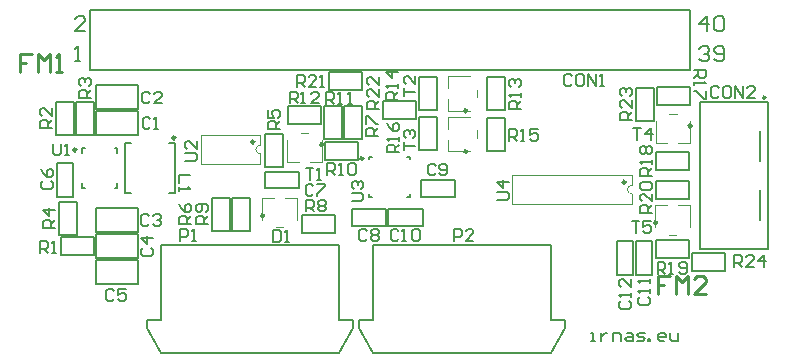
<source format=gto>
G04*
G04 #@! TF.GenerationSoftware,Altium Limited,Altium Designer,19.0.15 (446)*
G04*
G04 Layer_Color=65535*
%FSAX25Y25*%
%MOIN*%
G70*
G01*
G75*
%ADD10C,0.00394*%
%ADD11C,0.00984*%
%ADD12C,0.01000*%
%ADD13C,0.00787*%
%ADD14C,0.00800*%
%ADD15C,0.00591*%
D10*
X0316121Y0164564D02*
G03*
X0316121Y0161677I0000000J-0001444D01*
G01*
X0192302Y0177950D02*
G03*
X0192302Y0175063I0000000J-0001444D01*
G01*
X0276357Y0168042D02*
X0316121D01*
X0276357Y0158199D02*
X0316121D01*
X0276357D02*
Y0168042D01*
X0316121Y0164564D02*
Y0168042D01*
Y0158199D02*
Y0161677D01*
X0172617Y0181428D02*
X0192302D01*
X0172617Y0171585D02*
X0192302D01*
X0172617D02*
Y0181428D01*
X0192302Y0177950D02*
Y0181428D01*
Y0171585D02*
Y0175063D01*
X0331534Y0157884D02*
X0335471D01*
X0323975D02*
X0327912D01*
X0328443Y0148135D02*
X0331002D01*
X0323975Y0150595D02*
Y0157884D01*
X0335471Y0150595D02*
Y0157884D01*
X0324093Y0178568D02*
X0328030D01*
X0331652D02*
X0335589D01*
X0328561Y0188318D02*
X0331121D01*
X0335589Y0178568D02*
Y0185857D01*
X0324093Y0178568D02*
Y0185857D01*
X0254935Y0183435D02*
Y0187373D01*
Y0175876D02*
Y0179813D01*
X0264684Y0180345D02*
Y0182904D01*
X0254935Y0175876D02*
X0262223D01*
X0254935Y0187373D02*
X0262223D01*
X0254856Y0196950D02*
Y0200887D01*
Y0189391D02*
Y0193328D01*
X0264605Y0193860D02*
Y0196419D01*
X0254856Y0189391D02*
X0262144D01*
X0254856Y0200887D02*
X0262144D01*
X0201258Y0172362D02*
X0205195D01*
X0208818D02*
X0212755D01*
X0205727Y0182111D02*
X0208286D01*
X0212755Y0172362D02*
Y0179650D01*
X0201258Y0172362D02*
Y0179650D01*
X0200550Y0160271D02*
X0204487D01*
X0192990D02*
X0196927D01*
X0197459Y0150522D02*
X0200018D01*
X0192990Y0152983D02*
Y0160271D01*
X0204487Y0152983D02*
Y0160271D01*
D11*
X0314113Y0165621D02*
G03*
X0314113Y0165621I-0000492J0000000D01*
G01*
X0226593Y0173554D02*
G03*
X0226593Y0173554I-0000492J0000000D01*
G01*
X0190294Y0179006D02*
G03*
X0190294Y0179006I-0000492J0000000D01*
G01*
X0130965Y0176402D02*
G03*
X0130965Y0176402I-0000492J0000000D01*
G01*
X0324467Y0152056D02*
G03*
X0324467Y0152056I-0000492J0000000D01*
G01*
X0336081Y0184396D02*
G03*
X0336081Y0184396I-0000492J0000000D01*
G01*
X0261254Y0175876D02*
G03*
X0261254Y0175876I-0000492J0000000D01*
G01*
X0261175Y0189391D02*
G03*
X0261175Y0189391I-0000492J0000000D01*
G01*
X0213247Y0178190D02*
G03*
X0213247Y0178190I-0000492J0000000D01*
G01*
X0163995Y0180384D02*
G03*
X0163995Y0180384I-0000492J0000000D01*
G01*
X0193482Y0154443D02*
G03*
X0193482Y0154443I-0000492J0000000D01*
G01*
D12*
X0360592Y0193791D02*
G03*
X0360592Y0193791I-0000317J0000000D01*
G01*
X0116291Y0208384D02*
X0112293D01*
Y0205384D01*
X0114292D01*
X0112293D01*
Y0202385D01*
X0118291D02*
Y0208384D01*
X0120290Y0206384D01*
X0122289Y0208384D01*
Y0202385D01*
X0124289D02*
X0126288D01*
X0125288D01*
Y0208384D01*
X0124289Y0207384D01*
X0329009Y0134368D02*
X0325010D01*
Y0131369D01*
X0327009D01*
X0325010D01*
Y0128370D01*
X0331008D02*
Y0134368D01*
X0333007Y0132369D01*
X0335007Y0134368D01*
Y0128370D01*
X0341005D02*
X0337006D01*
X0341005Y0132369D01*
Y0133368D01*
X0340005Y0134368D01*
X0338006D01*
X0337006Y0133368D01*
D13*
X0228660Y0173357D02*
Y0174144D01*
X0229447D01*
X0241258D02*
X0242046D01*
Y0173357D02*
Y0174144D01*
Y0160758D02*
Y0161546D01*
X0241258Y0160758D02*
X0242046D01*
X0228660D02*
Y0161546D01*
Y0160758D02*
X0229447D01*
X0133032Y0163607D02*
X0133721D01*
X0133032D02*
Y0165280D01*
X0143760Y0163607D02*
X0144449D01*
Y0165280D01*
Y0175320D02*
Y0176993D01*
X0143760D02*
X0144449D01*
X0133032D02*
X0133721D01*
X0133032Y0175320D02*
Y0176993D01*
X0336152Y0136105D02*
Y0142105D01*
X0347152D01*
Y0136105D02*
Y0142105D01*
X0336152Y0136105D02*
X0347152D01*
X0317558Y0196820D02*
X0323558D01*
Y0185820D02*
Y0196820D01*
X0317558Y0185820D02*
X0323558D01*
X0317558D02*
Y0196820D01*
X0244199Y0186498D02*
Y0192499D01*
X0233199Y0186498D02*
X0244199D01*
X0233199D02*
Y0192499D01*
X0244199D01*
X0226245Y0196341D02*
Y0202341D01*
X0215245Y0196341D02*
X0226245D01*
X0215245D02*
Y0202341D01*
X0226245D01*
X0335341Y0159820D02*
Y0165820D01*
X0324341Y0159820D02*
X0335341D01*
X0324341D02*
Y0165820D01*
X0335341D01*
X0335144Y0140332D02*
Y0146332D01*
X0324144Y0140332D02*
X0335144D01*
X0324144D02*
Y0146332D01*
X0335144D01*
X0324341Y0169766D02*
Y0175766D01*
X0335341D01*
Y0169766D02*
Y0175766D01*
X0324341Y0169766D02*
X0335341D01*
X0324538Y0191223D02*
Y0197223D01*
X0335538D01*
Y0191223D02*
Y0197223D01*
X0324538Y0191223D02*
X0335538D01*
X0245345Y0187321D02*
X0251345D01*
Y0176321D02*
Y0187321D01*
X0245345Y0176321D02*
X0251345D01*
X0245345D02*
Y0187321D01*
X0267786Y0187125D02*
X0273786D01*
Y0176125D02*
Y0187125D01*
X0267786Y0176125D02*
X0273786D01*
X0267786D02*
Y0187125D01*
X0245345Y0200639D02*
X0251345D01*
Y0189639D02*
Y0200639D01*
X0245345Y0189639D02*
X0251345D01*
X0245345D02*
Y0200639D01*
X0267786Y0200510D02*
X0273786D01*
Y0189510D02*
Y0200510D01*
X0267786Y0189510D02*
X0273786D01*
X0267786D02*
Y0200510D01*
X0201703Y0184924D02*
Y0190924D01*
X0212703D01*
Y0184924D02*
Y0190924D01*
X0201703Y0184924D02*
X0212703D01*
X0213455Y0190865D02*
X0219455D01*
Y0179865D02*
Y0190865D01*
X0213455Y0179865D02*
X0219455D01*
X0213455D02*
Y0190865D01*
X0213908Y0173113D02*
Y0179113D01*
X0224908D01*
Y0173113D02*
Y0179113D01*
X0213908Y0173113D02*
X0224908D01*
X0176054Y0160156D02*
X0182054D01*
Y0149156D02*
Y0160156D01*
X0176054Y0149156D02*
X0182054D01*
X0176054D02*
Y0160156D01*
X0206231Y0148703D02*
Y0154703D01*
X0217231D01*
Y0148703D02*
Y0154703D01*
X0206231Y0148703D02*
X0217231D01*
X0220231Y0179865D02*
X0226231D01*
X0220231D02*
Y0190865D01*
X0226231D01*
Y0179865D02*
Y0190865D01*
X0182943Y0160156D02*
X0188943D01*
Y0149156D02*
Y0160156D01*
X0182943Y0149156D02*
X0188943D01*
X0182943D02*
Y0160156D01*
X0193770Y0181809D02*
X0199770D01*
Y0170809D02*
Y0181809D01*
X0193770Y0170809D02*
X0199770D01*
X0193770D02*
Y0181809D01*
X0125266Y0158975D02*
X0131266D01*
Y0147975D02*
Y0158975D01*
X0125266Y0147975D02*
X0131266D01*
X0125266D02*
Y0158975D01*
X0130975Y0181243D02*
X0136975D01*
X0130975D02*
Y0192243D01*
X0136975D01*
Y0181243D02*
Y0192243D01*
X0124282Y0181243D02*
X0130282D01*
X0124282D02*
Y0192243D01*
X0130282D01*
Y0181243D02*
Y0192243D01*
X0125719Y0141223D02*
Y0147223D01*
X0136719D01*
Y0141223D02*
Y0147223D01*
X0125719Y0141223D02*
X0136719D01*
X0289290Y0119617D02*
Y0144814D01*
Y0108594D02*
X0294019Y0117055D01*
X0294014Y0117058D02*
Y0119617D01*
X0289290D02*
X0294014D01*
X0229842Y0144814D02*
X0289290D01*
X0229842Y0108594D02*
X0289290D01*
X0225117Y0119617D02*
X0229842D01*
X0225117Y0117058D02*
Y0119617D01*
X0225113Y0117055D02*
X0229842Y0108594D01*
Y0119617D02*
Y0144814D01*
X0218620Y0119617D02*
Y0144814D01*
Y0108594D02*
X0223350Y0117055D01*
X0223345Y0117058D02*
Y0119617D01*
X0218620D02*
X0223345D01*
X0159172Y0144814D02*
X0218620D01*
X0159172Y0108594D02*
X0218620D01*
X0154448Y0119617D02*
X0159172D01*
X0154448Y0117058D02*
Y0119617D01*
X0154443Y0117055D02*
X0159172Y0108594D01*
Y0119617D02*
Y0144814D01*
X0163770Y0162117D02*
Y0178652D01*
X0147235Y0162117D02*
Y0178652D01*
X0161802D02*
X0163770D01*
X0161802Y0162117D02*
X0163770D01*
X0147235Y0178652D02*
X0149203D01*
X0147235Y0162117D02*
X0149203D01*
X0361447Y0143374D02*
Y0153020D01*
Y0192193D01*
X0338809D02*
X0361447D01*
X0338809Y0143374D02*
Y0192193D01*
Y0143374D02*
X0361447D01*
X0358975Y0153083D02*
Y0162925D01*
Y0172768D02*
Y0182610D01*
X0335558Y0202975D02*
Y0222975D01*
X0135558Y0202975D02*
Y0222975D01*
X0335558D01*
X0135558Y0202975D02*
X0335558D01*
X0311146Y0146036D02*
X0316646D01*
X0311146Y0134536D02*
Y0146036D01*
Y0134536D02*
X0316646D01*
Y0146036D01*
X0317414D02*
X0322914D01*
X0317414Y0134536D02*
Y0146036D01*
Y0134536D02*
X0322914D01*
Y0146036D01*
X0246418Y0151119D02*
Y0156619D01*
X0234918D02*
X0246418D01*
X0234918Y0151119D02*
Y0156619D01*
Y0151119D02*
X0246418D01*
X0257245Y0160764D02*
Y0166264D01*
X0245745D02*
X0257245D01*
X0245745Y0160764D02*
Y0166264D01*
Y0160764D02*
X0257245D01*
X0222713Y0151119D02*
Y0156619D01*
Y0151119D02*
X0234213D01*
Y0156619D01*
X0222713D02*
X0234213D01*
X0193776Y0163520D02*
Y0169020D01*
Y0163520D02*
X0205276D01*
Y0169020D01*
X0193776D02*
X0205276D01*
X0124532Y0172020D02*
X0130032D01*
X0124532Y0160520D02*
Y0172020D01*
Y0160520D02*
X0130032D01*
Y0172020D01*
X0137408Y0139561D02*
X0151408D01*
X0137408Y0131562D02*
Y0139561D01*
Y0131562D02*
X0151408D01*
Y0139561D01*
X0137447Y0148223D02*
X0151447D01*
X0137447Y0140223D02*
Y0148223D01*
Y0140223D02*
X0151447D01*
Y0148223D01*
X0137447Y0156963D02*
X0151447D01*
X0137447Y0148963D02*
Y0156963D01*
Y0148963D02*
X0151447D01*
Y0156963D01*
X0137408Y0198026D02*
X0151408D01*
X0137408Y0190026D02*
Y0198026D01*
Y0190026D02*
X0151408D01*
Y0198026D01*
X0137408Y0189365D02*
X0151408D01*
X0137408Y0181365D02*
Y0189365D01*
Y0181365D02*
X0151408D01*
Y0189365D01*
X0302676Y0112530D02*
X0303988D01*
X0303332D01*
Y0115154D01*
X0302676D01*
X0305956D02*
Y0112530D01*
Y0113842D01*
X0306611Y0114498D01*
X0307267Y0115154D01*
X0307923D01*
X0309891Y0112530D02*
Y0115154D01*
X0311859D01*
X0312515Y0114498D01*
Y0112530D01*
X0314483Y0115154D02*
X0315795D01*
X0316451Y0114498D01*
Y0112530D01*
X0314483D01*
X0313827Y0113186D01*
X0314483Y0113842D01*
X0316451D01*
X0317763Y0112530D02*
X0319730D01*
X0320387Y0113186D01*
X0319730Y0113842D01*
X0318419D01*
X0317763Y0114498D01*
X0318419Y0115154D01*
X0320387D01*
X0321698Y0112530D02*
Y0113186D01*
X0322354D01*
Y0112530D01*
X0321698D01*
X0326946D02*
X0325634D01*
X0324978Y0113186D01*
Y0114498D01*
X0325634Y0115154D01*
X0326946D01*
X0327602Y0114498D01*
Y0113842D01*
X0324978D01*
X0328914Y0115154D02*
Y0113186D01*
X0329570Y0112530D01*
X0331538D01*
Y0115154D01*
X0350313Y0137333D02*
Y0141269D01*
X0352281D01*
X0352937Y0140613D01*
Y0139301D01*
X0352281Y0138645D01*
X0350313D01*
X0351625D02*
X0352937Y0137333D01*
X0356873D02*
X0354249D01*
X0356873Y0139957D01*
Y0140613D01*
X0356217Y0141269D01*
X0354905D01*
X0354249Y0140613D01*
X0360153Y0137333D02*
Y0141269D01*
X0358185Y0139301D01*
X0360809D01*
X0316258Y0186349D02*
X0312323D01*
Y0188317D01*
X0312979Y0188973D01*
X0314290D01*
X0314946Y0188317D01*
Y0186349D01*
Y0187661D02*
X0316258Y0188973D01*
Y0192909D02*
Y0190285D01*
X0313634Y0192909D01*
X0312979D01*
X0312323Y0192253D01*
Y0190941D01*
X0312979Y0190285D01*
Y0194220D02*
X0312323Y0194876D01*
Y0196188D01*
X0312979Y0196844D01*
X0313634D01*
X0314290Y0196188D01*
Y0195532D01*
Y0196188D01*
X0314946Y0196844D01*
X0315602D01*
X0316258Y0196188D01*
Y0194876D01*
X0315602Y0194220D01*
X0231809Y0190026D02*
X0227874D01*
Y0191994D01*
X0228530Y0192650D01*
X0229842D01*
X0230498Y0191994D01*
Y0190026D01*
Y0191338D02*
X0231809Y0192650D01*
Y0196586D02*
Y0193962D01*
X0229186Y0196586D01*
X0228530D01*
X0227874Y0195930D01*
Y0194618D01*
X0228530Y0193962D01*
X0231809Y0200521D02*
Y0197898D01*
X0229186Y0200521D01*
X0228530D01*
X0227874Y0199865D01*
Y0198554D01*
X0228530Y0197898D01*
X0204447Y0197372D02*
Y0201308D01*
X0206415D01*
X0207071Y0200652D01*
Y0199340D01*
X0206415Y0198684D01*
X0204447D01*
X0205759D02*
X0207071Y0197372D01*
X0211007D02*
X0208383D01*
X0211007Y0199996D01*
Y0200652D01*
X0210351Y0201308D01*
X0209039D01*
X0208383Y0200652D01*
X0212319Y0197372D02*
X0213631D01*
X0212975D01*
Y0201308D01*
X0212319Y0200652D01*
X0167244Y0172766D02*
X0170524D01*
X0171180Y0173422D01*
Y0174734D01*
X0170524Y0175390D01*
X0167244D01*
X0171180Y0179326D02*
Y0176702D01*
X0168556Y0179326D01*
X0167900D01*
X0167244Y0178670D01*
Y0177358D01*
X0167900Y0176702D01*
X0165471Y0146036D02*
Y0149972D01*
X0167439D01*
X0168095Y0149316D01*
Y0148004D01*
X0167439Y0147348D01*
X0165471D01*
X0169407Y0146036D02*
X0170719D01*
X0170063D01*
Y0149972D01*
X0169407Y0149316D01*
X0271181Y0159774D02*
X0274461D01*
X0275117Y0160430D01*
Y0161742D01*
X0274461Y0162398D01*
X0271181D01*
X0275117Y0165678D02*
X0271181D01*
X0273149Y0163710D01*
Y0166334D01*
X0222756Y0159380D02*
X0226035D01*
X0226691Y0160036D01*
Y0161348D01*
X0226035Y0162004D01*
X0222756D01*
X0223412Y0163316D02*
X0222756Y0163972D01*
Y0165284D01*
X0223412Y0165940D01*
X0224068D01*
X0224724Y0165284D01*
Y0164628D01*
Y0165284D01*
X0225379Y0165940D01*
X0226035D01*
X0226691Y0165284D01*
Y0163972D01*
X0226035Y0163316D01*
X0316061Y0152686D02*
X0318685D01*
X0317373D01*
Y0148750D01*
X0322621Y0152686D02*
X0319997D01*
Y0150718D01*
X0321309Y0151374D01*
X0321965D01*
X0322621Y0150718D01*
Y0149406D01*
X0321965Y0148750D01*
X0320653D01*
X0319997Y0149406D01*
X0316652Y0183749D02*
X0319276D01*
X0317964D01*
Y0179813D01*
X0322556D02*
Y0183749D01*
X0320588Y0181781D01*
X0323212D01*
X0240078Y0176321D02*
Y0178945D01*
Y0177633D01*
X0244014D01*
X0240735Y0180257D02*
X0240078Y0180913D01*
Y0182225D01*
X0240735Y0182881D01*
X0241390D01*
X0242046Y0182225D01*
Y0181569D01*
Y0182225D01*
X0242702Y0182881D01*
X0243358D01*
X0244014Y0182225D01*
Y0180913D01*
X0243358Y0180257D01*
X0240078Y0194420D02*
Y0197044D01*
Y0195732D01*
X0244014D01*
Y0200979D02*
Y0198355D01*
X0241390Y0200979D01*
X0240735D01*
X0240078Y0200323D01*
Y0199012D01*
X0240735Y0198355D01*
X0322914Y0155246D02*
X0318978D01*
Y0157214D01*
X0319634Y0157870D01*
X0320946D01*
X0321602Y0157214D01*
Y0155246D01*
Y0156558D02*
X0322914Y0157870D01*
Y0161806D02*
Y0159182D01*
X0320290Y0161806D01*
X0319634D01*
X0318978Y0161150D01*
Y0159838D01*
X0319634Y0159182D01*
Y0163118D02*
X0318978Y0163774D01*
Y0165086D01*
X0319634Y0165742D01*
X0322258D01*
X0322914Y0165086D01*
Y0163774D01*
X0322258Y0163118D01*
X0319634D01*
X0324723Y0134971D02*
Y0138907D01*
X0326691D01*
X0327347Y0138251D01*
Y0136939D01*
X0326691Y0136283D01*
X0324723D01*
X0326035D02*
X0327347Y0134971D01*
X0328659D02*
X0329971D01*
X0329315D01*
Y0138907D01*
X0328659Y0138251D01*
X0331938Y0135627D02*
X0332594Y0134971D01*
X0333906D01*
X0334562Y0135627D01*
Y0138251D01*
X0333906Y0138907D01*
X0332594D01*
X0331938Y0138251D01*
Y0137595D01*
X0332594Y0136939D01*
X0334562D01*
X0322951Y0167648D02*
X0319016D01*
Y0169616D01*
X0319672Y0170272D01*
X0320983D01*
X0321639Y0169616D01*
Y0167648D01*
Y0168960D02*
X0322951Y0170272D01*
Y0171584D02*
Y0172896D01*
Y0172240D01*
X0319016D01*
X0319672Y0171584D01*
Y0174864D02*
X0319016Y0175520D01*
Y0176831D01*
X0319672Y0177487D01*
X0320327D01*
X0320983Y0176831D01*
X0321639Y0177487D01*
X0322295D01*
X0322951Y0176831D01*
Y0175520D01*
X0322295Y0174864D01*
X0321639D01*
X0320983Y0175520D01*
X0320327Y0174864D01*
X0319672D01*
X0320983Y0175520D02*
Y0176831D01*
X0336928Y0203081D02*
X0340863D01*
Y0201113D01*
X0340207Y0200457D01*
X0338896D01*
X0338240Y0201113D01*
Y0203081D01*
Y0201769D02*
X0336928Y0200457D01*
Y0199145D02*
Y0197834D01*
Y0198489D01*
X0340863D01*
X0340207Y0199145D01*
X0340863Y0195866D02*
Y0193242D01*
X0340207D01*
X0337584Y0195866D01*
X0336928D01*
X0238502Y0175522D02*
X0234567D01*
Y0177490D01*
X0235223Y0178146D01*
X0236535D01*
X0237191Y0177490D01*
Y0175522D01*
Y0176834D02*
X0238502Y0178146D01*
Y0179458D02*
Y0180770D01*
Y0180114D01*
X0234567D01*
X0235223Y0179458D01*
X0234567Y0185362D02*
X0235223Y0184049D01*
X0236535Y0182738D01*
X0237846D01*
X0238502Y0183394D01*
Y0184705D01*
X0237846Y0185362D01*
X0237191D01*
X0236535Y0184705D01*
Y0182738D01*
X0275117Y0179459D02*
Y0183395D01*
X0277084D01*
X0277740Y0182739D01*
Y0181427D01*
X0277084Y0180771D01*
X0275117D01*
X0276429D02*
X0277740Y0179459D01*
X0279052D02*
X0280364D01*
X0279708D01*
Y0183395D01*
X0279052Y0182739D01*
X0284956Y0183395D02*
X0282332D01*
Y0181427D01*
X0283644Y0182083D01*
X0284300D01*
X0284956Y0181427D01*
Y0180115D01*
X0284300Y0179459D01*
X0282988D01*
X0282332Y0180115D01*
X0238109Y0193042D02*
X0234173D01*
Y0195010D01*
X0234829Y0195666D01*
X0236141D01*
X0236797Y0195010D01*
Y0193042D01*
Y0194354D02*
X0238109Y0195666D01*
Y0196977D02*
Y0198290D01*
Y0197634D01*
X0234173D01*
X0234829Y0196977D01*
X0238109Y0202225D02*
X0234173D01*
X0236141Y0200257D01*
Y0202881D01*
X0279054Y0190089D02*
X0275118D01*
Y0192057D01*
X0275774Y0192713D01*
X0277086D01*
X0277742Y0192057D01*
Y0190089D01*
Y0191401D02*
X0279054Y0192713D01*
Y0194025D02*
Y0195337D01*
Y0194681D01*
X0275118D01*
X0275774Y0194025D01*
Y0197305D02*
X0275118Y0197960D01*
Y0199272D01*
X0275774Y0199928D01*
X0276430D01*
X0277086Y0199272D01*
Y0198617D01*
Y0199272D01*
X0277742Y0199928D01*
X0278398D01*
X0279054Y0199272D01*
Y0197960D01*
X0278398Y0197305D01*
X0256809Y0146036D02*
Y0149972D01*
X0258777D01*
X0259433Y0149316D01*
Y0148004D01*
X0258777Y0147348D01*
X0256809D01*
X0263369Y0146036D02*
X0260745D01*
X0263369Y0148660D01*
Y0149316D01*
X0262713Y0149972D01*
X0261401D01*
X0260745Y0149316D01*
X0345260Y0196912D02*
X0344604Y0197568D01*
X0343292D01*
X0342636Y0196912D01*
Y0194288D01*
X0343292Y0193632D01*
X0344604D01*
X0345260Y0194288D01*
X0348540Y0197568D02*
X0347228D01*
X0346572Y0196912D01*
Y0194288D01*
X0347228Y0193632D01*
X0348540D01*
X0349196Y0194288D01*
Y0196912D01*
X0348540Y0197568D01*
X0350508Y0193632D02*
Y0197568D01*
X0353132Y0193632D01*
Y0197568D01*
X0357067Y0193632D02*
X0354444D01*
X0357067Y0196256D01*
Y0196912D01*
X0356411Y0197568D01*
X0355100D01*
X0354444Y0196912D01*
X0312585Y0125981D02*
X0311929Y0125325D01*
Y0124013D01*
X0312585Y0123357D01*
X0315209D01*
X0315865Y0124013D01*
Y0125325D01*
X0315209Y0125981D01*
X0315865Y0127293D02*
Y0128604D01*
Y0127948D01*
X0311929D01*
X0312585Y0127293D01*
X0315865Y0133196D02*
Y0130572D01*
X0313241Y0133196D01*
X0312585D01*
X0311929Y0132540D01*
Y0131228D01*
X0312585Y0130572D01*
X0318884Y0127358D02*
X0318228Y0126703D01*
Y0125391D01*
X0318884Y0124735D01*
X0321508D01*
X0322164Y0125391D01*
Y0126703D01*
X0321508Y0127358D01*
X0322164Y0128671D02*
Y0129982D01*
Y0129326D01*
X0318228D01*
X0318884Y0128671D01*
X0322164Y0131950D02*
Y0133262D01*
Y0132606D01*
X0318228D01*
X0318884Y0131950D01*
X0238370Y0149274D02*
X0237714Y0149930D01*
X0236403D01*
X0235747Y0149274D01*
Y0146651D01*
X0236403Y0145995D01*
X0237714D01*
X0238370Y0146651D01*
X0239682Y0145995D02*
X0240994D01*
X0240338D01*
Y0149930D01*
X0239682Y0149274D01*
X0242962D02*
X0243618Y0149930D01*
X0244930D01*
X0245586Y0149274D01*
Y0146651D01*
X0244930Y0145995D01*
X0243618D01*
X0242962Y0146651D01*
Y0149274D01*
X0250725Y0171125D02*
X0250069Y0171781D01*
X0248757D01*
X0248101Y0171125D01*
Y0168501D01*
X0248757Y0167845D01*
X0250069D01*
X0250725Y0168501D01*
X0252037D02*
X0252693Y0167845D01*
X0254005D01*
X0254660Y0168501D01*
Y0171125D01*
X0254005Y0171781D01*
X0252693D01*
X0252037Y0171125D01*
Y0170469D01*
X0252693Y0169813D01*
X0254660D01*
X0227937Y0149274D02*
X0227281Y0149930D01*
X0225969D01*
X0225313Y0149274D01*
Y0146651D01*
X0225969Y0145995D01*
X0227281D01*
X0227937Y0146651D01*
X0229249Y0149274D02*
X0229905Y0149930D01*
X0231217D01*
X0231873Y0149274D01*
Y0148618D01*
X0231217Y0147962D01*
X0231873Y0147307D01*
Y0146651D01*
X0231217Y0145995D01*
X0229905D01*
X0229249Y0146651D01*
Y0147307D01*
X0229905Y0147962D01*
X0229249Y0148618D01*
Y0149274D01*
X0229905Y0147962D02*
X0231217D01*
X0123935Y0150325D02*
X0120000D01*
Y0152293D01*
X0120656Y0152949D01*
X0121968D01*
X0122624Y0152293D01*
Y0150325D01*
Y0151637D02*
X0123935Y0152949D01*
Y0156229D02*
X0120000D01*
X0121968Y0154261D01*
Y0156885D01*
X0119014Y0142058D02*
Y0145993D01*
X0120982D01*
X0121638Y0145337D01*
Y0144025D01*
X0120982Y0143369D01*
X0119014D01*
X0120326D02*
X0121638Y0142058D01*
X0122950D02*
X0124262D01*
X0123606D01*
Y0145993D01*
X0122950Y0145337D01*
X0123148Y0178474D02*
Y0175194D01*
X0123804Y0174538D01*
X0125116D01*
X0125772Y0175194D01*
Y0178474D01*
X0127084Y0174538D02*
X0128396D01*
X0127740D01*
Y0178474D01*
X0127084Y0177818D01*
X0207400Y0170200D02*
X0210024D01*
X0208712D01*
Y0166264D01*
X0211336D02*
X0212648D01*
X0211992D01*
Y0170200D01*
X0211336Y0169544D01*
X0202085Y0191861D02*
Y0195797D01*
X0204053D01*
X0204709Y0195141D01*
Y0193829D01*
X0204053Y0193173D01*
X0202085D01*
X0203397D02*
X0204709Y0191861D01*
X0206021D02*
X0207333D01*
X0206677D01*
Y0195797D01*
X0206021Y0195141D01*
X0211925Y0191861D02*
X0209301D01*
X0211925Y0194484D01*
Y0195141D01*
X0211268Y0195797D01*
X0209957D01*
X0209301Y0195141D01*
X0214290Y0191664D02*
Y0195600D01*
X0216258D01*
X0216914Y0194944D01*
Y0193632D01*
X0216258Y0192976D01*
X0214290D01*
X0215602D02*
X0216914Y0191664D01*
X0218226D02*
X0219537D01*
X0218882D01*
Y0195600D01*
X0218226Y0194944D01*
X0221505Y0191664D02*
X0222817D01*
X0222161D01*
Y0195600D01*
X0221505Y0194944D01*
X0214487Y0168042D02*
Y0171977D01*
X0216455D01*
X0217110Y0171322D01*
Y0170010D01*
X0216455Y0169354D01*
X0214487D01*
X0215799D02*
X0217110Y0168042D01*
X0218422D02*
X0219734D01*
X0219078D01*
Y0171977D01*
X0218422Y0171322D01*
X0221702D02*
X0222358Y0171977D01*
X0223670D01*
X0224326Y0171322D01*
Y0168698D01*
X0223670Y0168042D01*
X0222358D01*
X0221702Y0168698D01*
Y0171322D01*
X0174723Y0151703D02*
X0170787D01*
Y0153671D01*
X0171443Y0154327D01*
X0172755D01*
X0173411Y0153671D01*
Y0151703D01*
Y0153015D02*
X0174723Y0154327D01*
X0174067Y0155639D02*
X0174723Y0156295D01*
Y0157607D01*
X0174067Y0158263D01*
X0171443D01*
X0170787Y0157607D01*
Y0156295D01*
X0171443Y0155639D01*
X0172099D01*
X0172755Y0156295D01*
Y0158263D01*
X0207597Y0155837D02*
Y0159773D01*
X0209565D01*
X0210221Y0159117D01*
Y0157805D01*
X0209565Y0157149D01*
X0207597D01*
X0208909D02*
X0210221Y0155837D01*
X0211533Y0159117D02*
X0212189Y0159773D01*
X0213500D01*
X0214157Y0159117D01*
Y0158461D01*
X0213500Y0157805D01*
X0214157Y0157149D01*
Y0156493D01*
X0213500Y0155837D01*
X0212189D01*
X0211533Y0156493D01*
Y0157149D01*
X0212189Y0157805D01*
X0211533Y0158461D01*
Y0159117D01*
X0212189Y0157805D02*
X0213500D01*
X0231613Y0181034D02*
X0227677D01*
Y0183002D01*
X0228333Y0183658D01*
X0229645D01*
X0230301Y0183002D01*
Y0181034D01*
Y0182346D02*
X0231613Y0183658D01*
X0227677Y0184970D02*
Y0187593D01*
X0228333D01*
X0230957Y0184970D01*
X0231613D01*
X0169211Y0151703D02*
X0165275D01*
Y0153671D01*
X0165931Y0154327D01*
X0167243D01*
X0167899Y0153671D01*
Y0151703D01*
Y0153015D02*
X0169211Y0154327D01*
X0165275Y0158263D02*
X0165931Y0156951D01*
X0167243Y0155639D01*
X0168555D01*
X0169211Y0156295D01*
Y0157607D01*
X0168555Y0158263D01*
X0167899D01*
X0167243Y0157607D01*
Y0155639D01*
X0198935Y0183199D02*
X0195000D01*
Y0185167D01*
X0195656Y0185823D01*
X0196968D01*
X0197624Y0185167D01*
Y0183199D01*
Y0184511D02*
X0198935Y0185823D01*
X0195000Y0189759D02*
Y0187135D01*
X0196968D01*
X0196312Y0188447D01*
Y0189103D01*
X0196968Y0189759D01*
X0198280D01*
X0198935Y0189103D01*
Y0187791D01*
X0198280Y0187135D01*
X0135943Y0193632D02*
X0132008D01*
Y0195600D01*
X0132664Y0196256D01*
X0133976D01*
X0134632Y0195600D01*
Y0193632D01*
Y0194944D02*
X0135943Y0196256D01*
X0132664Y0197568D02*
X0132008Y0198224D01*
Y0199536D01*
X0132664Y0200192D01*
X0133320D01*
X0133976Y0199536D01*
Y0198880D01*
Y0199536D01*
X0134632Y0200192D01*
X0135287D01*
X0135943Y0199536D01*
Y0198224D01*
X0135287Y0197568D01*
X0122951Y0183790D02*
X0119016D01*
Y0185758D01*
X0119671Y0186414D01*
X0120983D01*
X0121639Y0185758D01*
Y0183790D01*
Y0185102D02*
X0122951Y0186414D01*
Y0190349D02*
Y0187726D01*
X0120327Y0190349D01*
X0119671D01*
X0119016Y0189693D01*
Y0188382D01*
X0119671Y0187726D01*
X0196573Y0149733D02*
Y0145798D01*
X0198541D01*
X0199197Y0146454D01*
Y0149077D01*
X0198541Y0149733D01*
X0196573D01*
X0200509Y0145798D02*
X0201821D01*
X0201165D01*
Y0149733D01*
X0200509Y0149077D01*
X0296244Y0200849D02*
X0295588Y0201505D01*
X0294276D01*
X0293621Y0200849D01*
Y0198225D01*
X0294276Y0197569D01*
X0295588D01*
X0296244Y0198225D01*
X0299524Y0201505D02*
X0298212D01*
X0297556Y0200849D01*
Y0198225D01*
X0298212Y0197569D01*
X0299524D01*
X0300180Y0198225D01*
Y0200849D01*
X0299524Y0201505D01*
X0301492Y0197569D02*
Y0201505D01*
X0304116Y0197569D01*
Y0201505D01*
X0305428Y0197569D02*
X0306740D01*
X0306084D01*
Y0201505D01*
X0305428Y0200849D01*
X0210024Y0164235D02*
X0209368Y0164891D01*
X0208056D01*
X0207400Y0164235D01*
Y0161611D01*
X0208056Y0160955D01*
X0209368D01*
X0210024Y0161611D01*
X0211336Y0164891D02*
X0213960D01*
Y0164235D01*
X0211336Y0161611D01*
Y0160955D01*
X0119868Y0165941D02*
X0119212Y0165285D01*
Y0163973D01*
X0119868Y0163317D01*
X0122492D01*
X0123148Y0163973D01*
Y0165285D01*
X0122492Y0165941D01*
X0119212Y0169877D02*
X0119868Y0168565D01*
X0121180Y0167253D01*
X0122492D01*
X0123148Y0167909D01*
Y0169221D01*
X0122492Y0169877D01*
X0121836D01*
X0121180Y0169221D01*
Y0167253D01*
X0143489Y0129393D02*
X0142833Y0130048D01*
X0141521D01*
X0140865Y0129393D01*
Y0126769D01*
X0141521Y0126113D01*
X0142833D01*
X0143489Y0126769D01*
X0147424Y0130048D02*
X0144800D01*
Y0128080D01*
X0146112Y0128736D01*
X0146768D01*
X0147424Y0128080D01*
Y0126769D01*
X0146768Y0126113D01*
X0145456D01*
X0144800Y0126769D01*
X0153333Y0143697D02*
X0152677Y0143041D01*
Y0141729D01*
X0153333Y0141073D01*
X0155957D01*
X0156613Y0141729D01*
Y0143041D01*
X0155957Y0143697D01*
X0156613Y0146977D02*
X0152677D01*
X0154645Y0145009D01*
Y0147633D01*
X0155299Y0154393D02*
X0154643Y0155048D01*
X0153332D01*
X0152676Y0154393D01*
Y0151769D01*
X0153332Y0151113D01*
X0154643D01*
X0155299Y0151769D01*
X0156611Y0154393D02*
X0157267Y0155048D01*
X0158579D01*
X0159235Y0154393D01*
Y0153736D01*
X0158579Y0153080D01*
X0157923D01*
X0158579D01*
X0159235Y0152425D01*
Y0151769D01*
X0158579Y0151113D01*
X0157267D01*
X0156611Y0151769D01*
X0155496Y0195141D02*
X0154840Y0195797D01*
X0153528D01*
X0152873Y0195141D01*
Y0192517D01*
X0153528Y0191861D01*
X0154840D01*
X0155496Y0192517D01*
X0159432Y0191861D02*
X0156808D01*
X0159432Y0194484D01*
Y0195141D01*
X0158776Y0195797D01*
X0157464D01*
X0156808Y0195141D01*
X0155693Y0186676D02*
X0155037Y0187332D01*
X0153725D01*
X0153069Y0186676D01*
Y0184052D01*
X0153725Y0183396D01*
X0155037D01*
X0155693Y0184052D01*
X0157005Y0183396D02*
X0158317D01*
X0157661D01*
Y0187332D01*
X0157005Y0186676D01*
D14*
X0338558Y0210140D02*
X0339391Y0210973D01*
X0341057D01*
X0341890Y0210140D01*
Y0209307D01*
X0341057Y0208474D01*
X0340224D01*
X0341057D01*
X0341890Y0207641D01*
Y0206808D01*
X0341057Y0205975D01*
X0339391D01*
X0338558Y0206808D01*
X0343556D02*
X0344389Y0205975D01*
X0346055D01*
X0346888Y0206808D01*
Y0210140D01*
X0346055Y0210973D01*
X0344389D01*
X0343556Y0210140D01*
Y0209307D01*
X0344389Y0208474D01*
X0346888D01*
X0341057Y0215975D02*
Y0220973D01*
X0338558Y0218474D01*
X0341890D01*
X0343556Y0220140D02*
X0344389Y0220973D01*
X0346055D01*
X0346888Y0220140D01*
Y0216808D01*
X0346055Y0215975D01*
X0344389D01*
X0343556Y0216808D01*
Y0220140D01*
X0133890Y0215975D02*
X0130558D01*
X0133890Y0219307D01*
Y0220140D01*
X0133057Y0220973D01*
X0131391D01*
X0130558Y0220140D01*
Y0205975D02*
X0132224D01*
X0131391D01*
Y0210973D01*
X0130558Y0210140D01*
D15*
X0169013Y0167845D02*
X0165077D01*
Y0165221D01*
Y0163909D02*
Y0162597D01*
Y0163253D01*
X0169013D01*
X0168357Y0163909D01*
M02*

</source>
